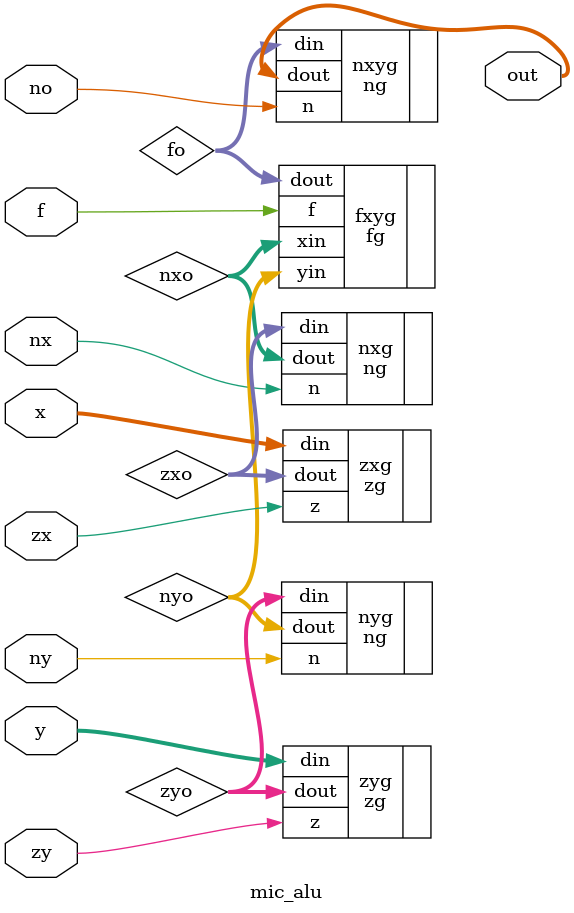
<source format=v>
module mic_alu(
     x,y,zx,zy,nx,ny,f,no,out
);
    input  [15:0] x,y;
    output [15:0] out;
    input  zx,zy,nx,ny,f,no;
    wire [15:0] zxo,zyo,nxo,nyo,fo;

    zg  zxg(.din(x),.z(zx),.dout(zxo));
    zg  zyg(.din(y),.z(zy),.dout(zyo));

    ng  nxg(.din(zxo),.n(nx),.dout(nxo));
    ng  nyg(.din(zyo),.n(ny),.dout(nyo));

    fg  fxyg(.xin(nxo),.yin(nyo),.f(f),.dout(fo));

    ng  nxyg(.din(fo),.n(no),.dout(out));

endmodule
</source>
